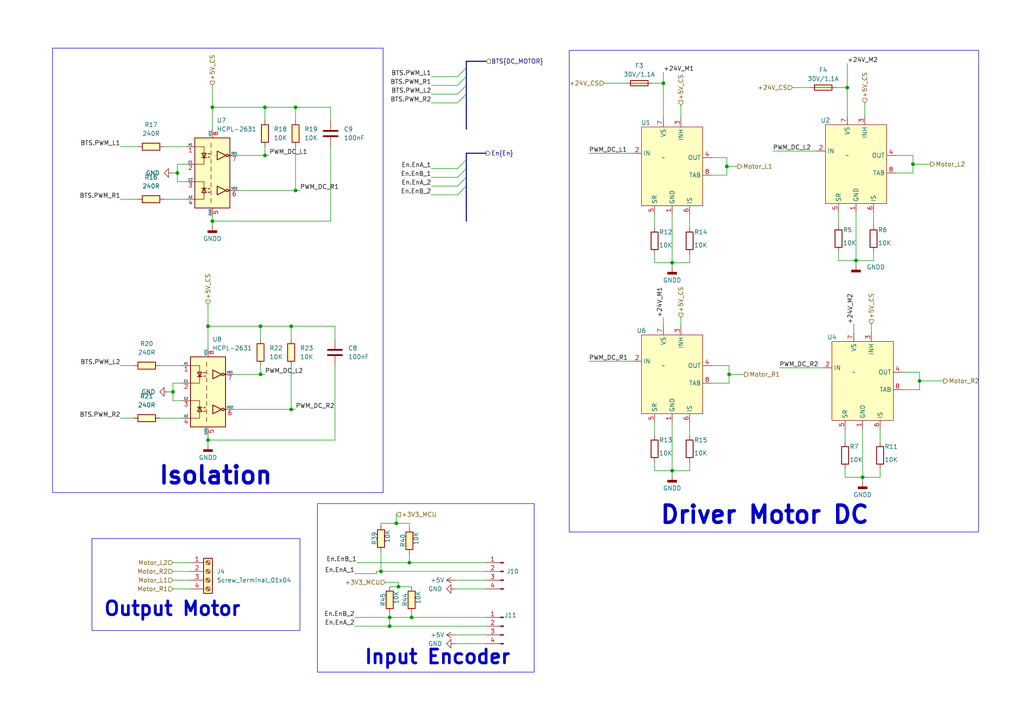
<source format=kicad_sch>
(kicad_sch (version 20230121) (generator eeschema)
  (paper "A4")
  (lib_symbols
    (symbol "BTS7960_1"
      (property "Reference" "U" (at -7.62 12.7 0))
      (symbol "BTS7960_1_1_1"
        (rectangle (start -8.89 11.43) (end 8.89 -11.43) (fill (type background)))
        (pin power_in line (at 0 -13.97 90) (length 2.54) (name "GND") (number "1"))
        (pin power_in line (at -11.43 3.81 0) (length 2.54) (name "IN") (number "2"))
        (pin power_in line (at 2.54 13.97 270) (length 2.54) (name "INH") (number "3"))
        (pin power_out line (at 11.43 2.54 180) (length 2.54) (name "OUT") (number "4"))
        (pin input line (at -5.08 -13.97 90) (length 2.54) (name "SR") (number "5"))
        (pin input line (at 5.08 -13.97 90) (length 2.54) (name "IS") (number "6"))
        (pin power_in line (at -2.54 13.97 270) (length 2.54) (name "VS") (number "7"))
        (pin power_out line (at 11.43 -2.54 180) (length 2.54) (name "TAB") (number "8"))
      )
    )
    (symbol "BTS7960_2"
      (property "Reference" "U" (at -7.62 12.7 0))
      (symbol "BTS7960_2_1_1"
        (rectangle (start -8.89 11.43) (end 8.89 -11.43) (fill (type background)))
        (pin power_in line (at 0 -13.97 90) (length 2.54) (name "GND") (number "1"))
        (pin power_in line (at -11.43 3.81 0) (length 2.54) (name "IN") (number "2"))
        (pin power_in line (at 2.54 13.97 270) (length 2.54) (name "INH") (number "3"))
        (pin power_out line (at 11.43 2.54 180) (length 2.54) (name "OUT") (number "4"))
        (pin input line (at -5.08 -13.97 90) (length 2.54) (name "SR") (number "5"))
        (pin input line (at 5.08 -13.97 90) (length 2.54) (name "IS") (number "6"))
        (pin power_in line (at -2.54 13.97 270) (length 2.54) (name "VS") (number "7"))
        (pin power_out line (at 11.43 -2.54 180) (length 2.54) (name "TAB") (number "8"))
      )
    )
    (symbol "BTS7960_3"
      (property "Reference" "U" (at -7.62 12.7 0))
      (symbol "BTS7960_3_1_1"
        (rectangle (start -8.89 11.43) (end 8.89 -11.43) (fill (type background)))
        (pin power_in line (at 0 -13.97 90) (length 2.54) (name "GND") (number "1"))
        (pin power_in line (at -11.43 3.81 0) (length 2.54) (name "IN") (number "2"))
        (pin power_in line (at 2.54 13.97 270) (length 2.54) (name "INH") (number "3"))
        (pin power_out line (at 11.43 2.54 180) (length 2.54) (name "OUT") (number "4"))
        (pin input line (at -5.08 -13.97 90) (length 2.54) (name "SR") (number "5"))
        (pin input line (at 5.08 -13.97 90) (length 2.54) (name "IS") (number "6"))
        (pin power_in line (at -2.54 13.97 270) (length 2.54) (name "VS") (number "7"))
        (pin power_out line (at 11.43 -2.54 180) (length 2.54) (name "TAB") (number "8"))
      )
    )
    (symbol "Connector:Conn_01x04_Pin" (pin_names (offset 1.016) hide)
      (property "Reference" "J" (at 0 5.08 0))
      (property "Value" "Conn_01x04_Pin" (at 0 -7.62 0))
      (symbol "Conn_01x04_Pin_1_1"
        (polyline (pts (xy 1.27 -5.08) (xy 0.8636 -5.08)) (stroke (width 0.1524)))
        (polyline (pts (xy 1.27 -2.54) (xy 0.8636 -2.54)) (stroke (width 0.1524)))
        (polyline (pts (xy 1.27 0) (xy 0.8636 0)) (stroke (width 0.1524)))
        (polyline (pts (xy 1.27 2.54) (xy 0.8636 2.54)) (stroke (width 0.1524)))
        (rectangle (start 0.8636 -4.953) (end 0 -5.207) (stroke (width 0.1524)) (fill (type outline)))
        (rectangle (start 0.8636 -2.413) (end 0 -2.667) (stroke (width 0.1524)) (fill (type outline)))
        (rectangle (start 0.8636 0.127) (end 0 -0.127) (stroke (width 0.1524)) (fill (type outline)))
        (rectangle (start 0.8636 2.667) (end 0 2.413) (stroke (width 0.1524)) (fill (type outline)))
        (pin passive line (at 5.08 2.54 180) (length 3.81) (name "Pin_1") (number "1"))
        (pin passive line (at 5.08 0 180) (length 3.81) (name "Pin_2") (number "2"))
        (pin passive line (at 5.08 -2.54 180) (length 3.81) (name "Pin_3") (number "3"))
        (pin passive line (at 5.08 -5.08 180) (length 3.81) (name "Pin_4") (number "4"))
      )
    )
    (symbol "Connector:Screw_Terminal_01x04" (pin_names (offset 1.016) hide)
      (property "Reference" "J" (at 0 5.08 0))
      (property "Value" "Screw_Terminal_01x04" (at 0 -7.62 0))
      (symbol "Screw_Terminal_01x04_1_1"
        (rectangle (start -1.27 3.81) (end 1.27 -6.35) (stroke (width 0.254)) (fill (type background)))
        (circle (center 0 -5.08) (radius 0.635) (stroke (width 0.1524)))
        (circle (center 0 -2.54) (radius 0.635) (stroke (width 0.1524)))
        (polyline (pts (xy -0.5334 -4.7498) (xy 0.3302 -5.588)) (stroke (width 0.1524)))
        (polyline (pts (xy -0.5334 -2.2098) (xy 0.3302 -3.048)) (stroke (width 0.1524)))
        (polyline (pts (xy -0.5334 0.3302) (xy 0.3302 -0.508)) (stroke (width 0.1524)))
        (polyline (pts (xy -0.5334 2.8702) (xy 0.3302 2.032)) (stroke (width 0.1524)))
        (polyline (pts (xy -0.3556 -4.572) (xy 0.508 -5.4102)) (stroke (width 0.1524)))
        (polyline (pts (xy -0.3556 -2.032) (xy 0.508 -2.8702)) (stroke (width 0.1524)))
        (polyline (pts (xy -0.3556 0.508) (xy 0.508 -0.3302)) (stroke (width 0.1524)))
        (polyline (pts (xy -0.3556 3.048) (xy 0.508 2.2098)) (stroke (width 0.1524)))
        (circle (center 0 0) (radius 0.635) (stroke (width 0.1524)))
        (circle (center 0 2.54) (radius 0.635) (stroke (width 0.1524)))
        (pin passive line (at -5.08 2.54 0) (length 3.81) (name "Pin_1") (number "1"))
        (pin passive line (at -5.08 0 0) (length 3.81) (name "Pin_2") (number "2"))
        (pin passive line (at -5.08 -2.54 0) (length 3.81) (name "Pin_3") (number "3"))
        (pin passive line (at -5.08 -5.08 0) (length 3.81) (name "Pin_4") (number "4"))
      )
    )
    (symbol "Device:R" (pin_numbers hide) (pin_names (offset 0))
      (property "Reference" "R" (at 2.032 0 90))
      (property "Value" "R" (at 0 0 90))
      (symbol "R_0_1"
        (rectangle (start -1.016 -2.54) (end 1.016 2.54) (stroke (width 0.254)))
      )
      (symbol "R_1_1"
        (pin passive line (at 0 3.81 270) (length 1.27) (name "~") (number "1"))
        (pin passive line (at 0 -3.81 90) (length 1.27) (name "~") (number "2"))
      )
    )
    (symbol "IVS_SYMBOLS:BTS7960"
      (property "Reference" "U" (at -7.62 12.7 0))
      (symbol "BTS7960_1_1"
        (rectangle (start -8.89 11.43) (end 8.89 -11.43) (fill (type background)))
        (pin power_in line (at 0 -13.97 90) (length 2.54) (name "GND") (number "1"))
        (pin power_in line (at -11.43 3.81 0) (length 2.54) (name "IN") (number "2"))
        (pin power_in line (at 2.54 13.97 270) (length 2.54) (name "INH") (number "3"))
        (pin power_out line (at 11.43 2.54 180) (length 2.54) (name "OUT") (number "4"))
        (pin input line (at -5.08 -13.97 90) (length 2.54) (name "SR") (number "5"))
        (pin input line (at 5.08 -13.97 90) (length 2.54) (name "IS") (number "6"))
        (pin power_in line (at -2.54 13.97 270) (length 2.54) (name "VS") (number "7"))
        (pin power_out line (at 11.43 -2.54 180) (length 2.54) (name "TAB") (number "8"))
      )
    )
    (symbol "IVS_SYMBOLS:C" (pin_numbers hide) (pin_names (offset 0.254))
      (property "Reference" "C" (at 0.635 2.54 0))
      (property "Value" "C" (at 0.635 -2.54 0))
      (symbol "C_0_1"
        (polyline (pts (xy -2.032 -0.762) (xy 2.032 -0.762)) (stroke (width 0.508)))
        (polyline (pts (xy -2.032 0.762) (xy 2.032 0.762)) (stroke (width 0.508)))
      )
      (symbol "C_1_1"
        (pin passive line (at 0 3.81 270) (length 2.794) (name "~") (number "1"))
        (pin passive line (at 0 -3.81 90) (length 2.794) (name "~") (number "2"))
      )
    )
    (symbol "IVS_SYMBOLS:Fuse" (pin_numbers hide) (pin_names (offset 0))
      (property "Reference" "F" (at 0 2.032 0))
      (property "Value" "Fuse" (at 0 -1.905 0))
      (symbol "Fuse_0_1"
        (polyline (pts (xy -2.54 0) (xy 2.54 0)))
      )
      (symbol "Fuse_1_1"
        (rectangle (start -2.54 0.762) (end 2.54 -0.762) (stroke (width 0.254)) (fill (type background)))
        (pin passive line (at -3.81 0 0) (length 1.27) (name "~") (number "1"))
        (pin passive line (at 3.81 0 180) (length 1.27) (name "~") (number "2"))
      )
    )
    (symbol "IVS_SYMBOLS:R" (pin_numbers hide) (pin_names (offset 0))
      (property "Reference" "R" (at 2.032 0 90))
      (property "Value" "R" (at 0 0 90))
      (symbol "R_1_1"
        (rectangle (start -1.016 2.54) (end 1.016 -2.54) (stroke (width 0.254)) (fill (type background)))
        (pin passive line (at 0 3.81 270) (length 1.27) (name "~") (number "1"))
        (pin passive line (at 0 -3.81 90) (length 1.27) (name "~") (number "2"))
      )
    )
    (symbol "Isolator:HCPL-2631" (pin_names (offset 0))
      (property "Reference" "U" (at -4.064 11.43 0))
      (property "Value" "HCPL-2631" (at 7.62 11.43 0))
      (symbol "HCPL-2631_1_1"
        (rectangle (start -5.08 10.16) (end 5.08 -10.16) (stroke (width 0.254)) (fill (type background)))
        (polyline (pts (xy -3.048 -4.445) (xy -1.778 -4.445)) (stroke (width 0.254)))
        (polyline (pts (xy -3.048 4.445) (xy -1.778 4.445)) (stroke (width 0.254)))
        (polyline (pts (xy -0.381 -7.366) (xy -0.381 -8.636)))
        (polyline (pts (xy -0.381 -5.08) (xy -0.381 -6.35)))
        (polyline (pts (xy -0.381 -2.794) (xy -0.381 -4.064)))
        (polyline (pts (xy -0.381 -0.508) (xy -0.381 -1.778)))
        (polyline (pts (xy -0.381 1.778) (xy -0.381 0.508)))
        (polyline (pts (xy -0.381 4.064) (xy -0.381 2.794)))
        (polyline (pts (xy -0.381 6.35) (xy -0.381 5.08)))
        (polyline (pts (xy -0.381 8.636) (xy -0.381 7.366)))
        (polyline (pts (xy 4.699 -5.08) (xy 5.207 -5.08)) (stroke (width 0.254)))
        (polyline (pts (xy 4.699 5.08) (xy 5.334 5.08)) (stroke (width 0.254)))
        (polyline (pts (xy -4.953 -7.62) (xy -2.413 -7.62) (xy -2.413 -5.715)))
        (polyline (pts (xy -4.953 7.62) (xy -2.413 7.62) (xy -2.413 4.318)))
        (polyline (pts (xy -2.413 -5.842) (xy -2.413 -2.54) (xy -4.953 -2.54)))
        (polyline (pts (xy -2.413 4.445) (xy -2.413 2.54) (xy -4.953 2.54)))
        (polyline (pts (xy -2.413 -4.445) (xy -3.048 -5.715) (xy -1.778 -5.715) (xy -2.413 -4.445)) (stroke (width 0.254)))
        (polyline (pts (xy -2.413 4.445) (xy -3.048 5.715) (xy -1.778 5.715) (xy -2.413 4.445)) (stroke (width 0.254)))
        (polyline (pts (xy 3.937 -5.08) (xy 1.397 -3.81) (xy 1.397 -6.35) (xy 3.937 -5.08)) (stroke (width 0.254)))
        (polyline (pts (xy 3.937 5.08) (xy 1.397 6.35) (xy 1.397 3.81) (xy 3.937 5.08)) (stroke (width 0.254)))
        (polyline (pts (xy -1.397 -5.588) (xy -0.635 -5.588) (xy -1.016 -5.715) (xy -1.016 -5.461) (xy -0.635 -5.588)) (stroke (width 0.127)))
        (polyline (pts (xy -1.397 -4.572) (xy -0.635 -4.572) (xy -1.016 -4.699) (xy -1.016 -4.445) (xy -0.635 -4.572)) (stroke (width 0.127)))
        (polyline (pts (xy -1.397 4.572) (xy -0.635 4.572) (xy -1.016 4.445) (xy -1.016 4.699) (xy -0.635 4.572)) (stroke (width 0.127)))
        (polyline (pts (xy -1.397 5.588) (xy -0.635 5.588) (xy -1.016 5.461) (xy -1.016 5.715) (xy -0.635 5.588)) (stroke (width 0.127)))
        (circle (center 4.318 -5.08) (radius 0.3556) (stroke (width 0.254)))
        (circle (center 4.318 5.08) (radius 0.3556) (stroke (width 0.254)))
        (pin passive line (at -7.62 7.62 0) (length 2.54) (name "A1") (number "1"))
        (pin passive line (at -7.62 2.54 0) (length 2.54) (name "C1") (number "2"))
        (pin passive line (at -7.62 -2.54 0) (length 2.54) (name "C2") (number "3"))
        (pin passive line (at -7.62 -7.62 0) (length 2.54) (name "A2") (number "4"))
        (pin power_in line (at 0 -12.7 90) (length 2.54) (name "GND") (number "5"))
        (pin open_collector line (at 7.62 -5.08 180) (length 2.54) (name "VO2") (number "6"))
        (pin open_collector line (at 7.62 5.08 180) (length 2.54) (name "VO1") (number "7"))
        (pin power_in line (at 0 12.7 270) (length 2.54) (name "VCC") (number "8"))
      )
    )
    (symbol "power:+5V" (power) (pin_names (offset 0))
      (property "Value" "+5V" (at 0 3.556 0))
      (symbol "+5V_0_1"
        (polyline (pts (xy -0.762 1.27) (xy 0 2.54)))
        (polyline (pts (xy 0 0) (xy 0 2.54)))
        (polyline (pts (xy 0 2.54) (xy 0.762 1.27)))
      )
      (symbol "+5V_1_1"
        (pin power_in line (at 0 0 90) (length 0) hide (name "+5V") (number "1"))
      )
    )
    (symbol "power:GND" (power) (pin_names (offset 0))
      (property "Value" "GND" (at 0 -3.81 0))
      (symbol "GND_0_1"
        (polyline (pts (xy 0 0) (xy 0 -1.27) (xy 1.27 -1.27) (xy 0 -2.54) (xy -1.27 -1.27) (xy 0 -1.27)))
      )
      (symbol "GND_1_1"
        (pin power_in line (at 0 0 270) (length 0) hide (name "GND") (number "1"))
      )
    )
    (symbol "power:GNDD" (power) (pin_names (offset 0))
      (property "Value" "GNDD" (at 0 -3.175 0))
      (symbol "GNDD_0_1"
        (rectangle (start -1.27 -1.524) (end 1.27 -2.032) (stroke (width 0.254)) (fill (type outline)))
        (polyline (pts (xy 0 0) (xy 0 -1.524)))
      )
      (symbol "GNDD_1_1"
        (pin power_in line (at 0 0 270) (length 0) hide (name "GNDD") (number "1"))
      )
    )
  )
  (junction (at 192.405 24.13))
  (junction (at 194.945 136.525))
  (junction (at 84.455 94.615))
  (junction (at 84.455 118.745))
  (junction (at 76.835 31.115))
  (junction (at 85.725 55.245))
  (junction (at 110.49 165.735))
  (junction (at 114.935 151.765))
  (junction (at 266.7 110.49))
  (junction (at 248.285 75.565))
  (junction (at 119.38 179.07))
  (junction (at 115.57 170.18))
  (junction (at 75.565 108.585))
  (junction (at 50.165 113.665))
  (junction (at 113.03 179.07))
  (junction (at 211.455 108.585))
  (junction (at 75.565 94.615))
  (junction (at 60.325 94.615))
  (junction (at 210.82 48.26))
  (junction (at 264.795 47.625))
  (junction (at 250.19 138.43))
  (junction (at 113.03 181.61))
  (junction (at 245.745 25.4))
  (junction (at 194.945 76.2))
  (junction (at 118.745 163.195))
  (junction (at 85.725 31.115))
  (junction (at 51.435 50.165))
  (junction (at 61.595 31.115))
  (junction (at 60.325 127.635))
  (junction (at 76.835 45.085))
  (junction (at 61.595 64.135))
  (bus_entry (at 132.715 53.975) (size 2.54 -2.54))
  (bus_entry (at 132.715 27.305) (size 2.54 -2.54))
  (bus_entry (at 132.715 24.765) (size 2.54 -2.54))
  (bus_entry (at 132.715 48.895) (size 2.54 -2.54))
  (bus_entry (at 132.715 51.435) (size 2.54 -2.54))
  (bus_entry (at 132.715 22.225) (size 2.54 -2.54))
  (bus_entry (at 132.715 29.845) (size 2.54 -2.54))
  (bus_entry (at 132.715 56.515) (size 2.54 -2.54))
  (wire (pts (xy 175.26 24.13) (xy 181.61 24.13)))
  (wire (pts (xy 245.11 138.43) (xy 250.19 138.43)))
  (wire (pts (xy 189.865 76.2) (xy 194.945 76.2)))
  (wire (pts (xy 115.57 168.91) (xy 115.57 170.18)))
  (wire (pts (xy 115.57 170.18) (xy 113.03 170.18)))
  (wire (pts (xy 245.745 25.4) (xy 245.745 33.655)))
  (wire (pts (xy 60.325 88.265) (xy 60.325 94.615)))
  (wire (pts (xy 85.725 55.245) (xy 85.725 42.545)))
  (wire (pts (xy 210.82 48.26) (xy 213.995 48.26)))
  (wire (pts (xy 132.08 168.275) (xy 140.97 168.275)))
  (bus (pts (xy 135.255 22.225) (xy 135.255 24.765)))
  (bus (pts (xy 135.255 44.45) (xy 135.255 46.355)))
  (wire (pts (xy 84.455 118.745) (xy 85.725 118.745)))
  (wire (pts (xy 113.03 181.61) (xy 140.97 181.61)))
  (wire (pts (xy 248.285 75.565) (xy 248.285 76.835)))
  (wire (pts (xy 34.925 42.545) (xy 40.005 42.545)))
  (wire (pts (xy 189.865 136.525) (xy 194.945 136.525)))
  (wire (pts (xy 194.945 136.525) (xy 200.025 136.525)))
  (wire (pts (xy 206.375 106.045) (xy 211.455 106.045)))
  (wire (pts (xy 75.565 94.615) (xy 60.325 94.615)))
  (wire (pts (xy 259.715 45.085) (xy 264.795 45.085)))
  (wire (pts (xy 95.885 42.545) (xy 95.885 64.135)))
  (wire (pts (xy 192.405 24.13) (xy 192.405 34.29)))
  (wire (pts (xy 125.095 51.435) (xy 132.715 51.435)))
  (wire (pts (xy 85.725 34.925) (xy 85.725 31.115)))
  (wire (pts (xy 111.76 168.91) (xy 115.57 168.91)))
  (wire (pts (xy 50.165 168.275) (xy 55.245 168.275)))
  (wire (pts (xy 84.455 118.745) (xy 84.455 106.045)))
  (wire (pts (xy 264.795 50.165) (xy 264.795 47.625)))
  (wire (pts (xy 50.165 163.195) (xy 55.245 163.195)))
  (wire (pts (xy 261.62 113.03) (xy 266.7 113.03)))
  (wire (pts (xy 266.7 110.49) (xy 273.685 110.49)))
  (wire (pts (xy 114.935 149.225) (xy 114.935 151.765)))
  (wire (pts (xy 48.895 113.665) (xy 50.165 113.665)))
  (wire (pts (xy 76.835 45.085) (xy 78.105 45.085)))
  (wire (pts (xy 50.165 116.205) (xy 50.165 113.665)))
  (wire (pts (xy 95.885 34.925) (xy 95.885 31.115)))
  (wire (pts (xy 50.165 165.735) (xy 55.245 165.735)))
  (wire (pts (xy 211.455 111.125) (xy 211.455 108.585)))
  (wire (pts (xy 50.165 50.165) (xy 51.435 50.165)))
  (wire (pts (xy 259.715 50.165) (xy 264.795 50.165)))
  (wire (pts (xy 69.215 45.085) (xy 76.835 45.085)))
  (wire (pts (xy 34.925 106.045) (xy 38.735 106.045)))
  (wire (pts (xy 85.725 31.115) (xy 95.885 31.115)))
  (wire (pts (xy 189.865 62.23) (xy 189.865 66.04)))
  (bus (pts (xy 140.97 44.45) (xy 135.255 44.45)))
  (wire (pts (xy 51.435 47.625) (xy 51.435 50.165)))
  (wire (pts (xy 253.365 75.565) (xy 253.365 73.025)))
  (wire (pts (xy 200.025 122.555) (xy 200.025 126.365)))
  (wire (pts (xy 253.365 61.595) (xy 253.365 65.405)))
  (wire (pts (xy 34.925 121.285) (xy 38.735 121.285)))
  (wire (pts (xy 115.57 170.18) (xy 119.38 170.18)))
  (wire (pts (xy 102.87 179.07) (xy 113.03 179.07)))
  (wire (pts (xy 102.87 181.61) (xy 113.03 181.61)))
  (wire (pts (xy 206.375 50.8) (xy 210.82 50.8)))
  (wire (pts (xy 61.595 31.115) (xy 61.595 37.465)))
  (wire (pts (xy 109.22 165.735) (xy 109.22 166.37)))
  (wire (pts (xy 75.565 98.425) (xy 75.565 94.615)))
  (wire (pts (xy 261.62 107.95) (xy 266.7 107.95)))
  (wire (pts (xy 118.745 163.195) (xy 140.97 163.195)))
  (wire (pts (xy 250.19 124.46) (xy 250.19 138.43)))
  (wire (pts (xy 47.625 57.785) (xy 53.975 57.785)))
  (wire (pts (xy 119.38 179.07) (xy 119.38 177.8)))
  (wire (pts (xy 210.82 48.26) (xy 210.82 50.8)))
  (wire (pts (xy 110.49 165.735) (xy 140.97 165.735)))
  (wire (pts (xy 76.835 45.085) (xy 76.835 42.545)))
  (wire (pts (xy 189.865 133.985) (xy 189.865 136.525)))
  (wire (pts (xy 125.095 48.895) (xy 132.715 48.895)))
  (wire (pts (xy 132.08 186.69) (xy 140.97 186.69)))
  (bus (pts (xy 135.255 24.765) (xy 135.255 27.305)))
  (wire (pts (xy 226.06 106.68) (xy 238.76 106.68)))
  (wire (pts (xy 110.49 160.02) (xy 110.49 165.735)))
  (wire (pts (xy 97.155 127.635) (xy 60.325 127.635)))
  (wire (pts (xy 75.565 108.585) (xy 76.835 108.585)))
  (wire (pts (xy 197.485 92.075) (xy 197.485 94.615)))
  (wire (pts (xy 95.885 64.135) (xy 61.595 64.135)))
  (wire (pts (xy 46.355 106.045) (xy 52.705 106.045)))
  (wire (pts (xy 46.355 121.285) (xy 52.705 121.285)))
  (wire (pts (xy 266.7 113.03) (xy 266.7 110.49)))
  (wire (pts (xy 245.11 135.89) (xy 245.11 138.43)))
  (wire (pts (xy 189.23 24.13) (xy 192.405 24.13)))
  (wire (pts (xy 206.375 111.125) (xy 211.455 111.125)))
  (wire (pts (xy 170.815 44.45) (xy 183.515 44.45)))
  (wire (pts (xy 229.87 25.4) (xy 234.95 25.4)))
  (wire (pts (xy 50.165 113.665) (xy 50.165 111.125)))
  (wire (pts (xy 34.925 57.785) (xy 40.005 57.785)))
  (wire (pts (xy 194.945 122.555) (xy 194.945 136.525)))
  (wire (pts (xy 103.505 163.195) (xy 118.745 163.195)))
  (wire (pts (xy 194.945 76.2) (xy 194.945 77.47)))
  (wire (pts (xy 264.795 47.625) (xy 269.875 47.625)))
  (wire (pts (xy 200.025 62.23) (xy 200.025 66.04)))
  (wire (pts (xy 200.025 136.525) (xy 200.025 133.985)))
  (wire (pts (xy 266.7 110.49) (xy 266.7 107.95)))
  (wire (pts (xy 113.03 179.07) (xy 119.38 179.07)))
  (wire (pts (xy 67.945 108.585) (xy 75.565 108.585)))
  (wire (pts (xy 52.705 116.205) (xy 50.165 116.205)))
  (wire (pts (xy 60.325 126.365) (xy 60.325 127.635)))
  (wire (pts (xy 51.435 52.705) (xy 53.975 52.705)))
  (wire (pts (xy 113.03 181.61) (xy 113.03 179.07)))
  (wire (pts (xy 84.455 94.615) (xy 75.565 94.615)))
  (bus (pts (xy 135.255 27.305) (xy 135.255 37.465)))
  (wire (pts (xy 247.65 93.98) (xy 247.65 96.52)))
  (wire (pts (xy 245.745 18.415) (xy 245.745 25.4)))
  (wire (pts (xy 61.595 62.865) (xy 61.595 64.135)))
  (bus (pts (xy 140.97 17.78) (xy 135.255 17.78)))
  (wire (pts (xy 255.27 124.46) (xy 255.27 128.27)))
  (wire (pts (xy 250.825 29.845) (xy 250.825 33.655)))
  (wire (pts (xy 50.165 170.815) (xy 55.245 170.815)))
  (bus (pts (xy 135.255 51.435) (xy 135.255 53.975)))
  (wire (pts (xy 192.405 20.955) (xy 192.405 24.13)))
  (wire (pts (xy 189.865 122.555) (xy 189.865 126.365)))
  (wire (pts (xy 85.725 31.115) (xy 76.835 31.115)))
  (wire (pts (xy 189.865 73.66) (xy 189.865 76.2)))
  (wire (pts (xy 76.835 31.115) (xy 61.595 31.115)))
  (wire (pts (xy 248.285 75.565) (xy 253.365 75.565)))
  (wire (pts (xy 200.025 76.2) (xy 200.025 73.66)))
  (wire (pts (xy 113.03 177.8) (xy 113.03 179.07)))
  (wire (pts (xy 210.82 45.72) (xy 206.375 45.72)))
  (wire (pts (xy 51.435 50.165) (xy 51.435 52.705)))
  (wire (pts (xy 170.815 104.775) (xy 183.515 104.775)))
  (bus (pts (xy 135.255 53.975) (xy 135.255 64.135)))
  (wire (pts (xy 192.405 94.615) (xy 192.405 92.075)))
  (wire (pts (xy 52.705 111.125) (xy 50.165 111.125)))
  (wire (pts (xy 211.455 108.585) (xy 215.9 108.585)))
  (bus (pts (xy 135.255 19.685) (xy 135.255 22.225)))
  (wire (pts (xy 102.87 166.37) (xy 109.22 166.37)))
  (wire (pts (xy 243.205 73.025) (xy 243.205 75.565)))
  (wire (pts (xy 119.38 179.07) (xy 140.97 179.07)))
  (bus (pts (xy 135.255 46.355) (xy 135.255 48.895)))
  (wire (pts (xy 109.22 165.735) (xy 110.49 165.735)))
  (wire (pts (xy 248.285 61.595) (xy 248.285 75.565)))
  (wire (pts (xy 125.095 29.845) (xy 132.715 29.845)))
  (wire (pts (xy 194.945 62.23) (xy 194.945 76.2)))
  (wire (pts (xy 250.19 138.43) (xy 255.27 138.43)))
  (wire (pts (xy 61.595 24.765) (xy 61.595 31.115)))
  (wire (pts (xy 110.49 151.765) (xy 110.49 152.4)))
  (wire (pts (xy 75.565 108.585) (xy 75.565 106.045)))
  (wire (pts (xy 245.11 124.46) (xy 245.11 128.27)))
  (wire (pts (xy 53.975 47.625) (xy 51.435 47.625)))
  (wire (pts (xy 114.935 151.765) (xy 110.49 151.765)))
  (wire (pts (xy 132.08 170.815) (xy 140.97 170.815)))
  (wire (pts (xy 243.205 61.595) (xy 243.205 65.405)))
  (wire (pts (xy 264.795 47.625) (xy 264.795 45.085)))
  (wire (pts (xy 211.455 108.585) (xy 211.455 106.045)))
  (wire (pts (xy 250.19 138.43) (xy 250.19 139.7)))
  (wire (pts (xy 224.155 43.815) (xy 236.855 43.815)))
  (wire (pts (xy 61.595 64.135) (xy 61.595 65.405)))
  (wire (pts (xy 125.095 53.975) (xy 132.715 53.975)))
  (wire (pts (xy 60.325 127.635) (xy 60.325 128.905)))
  (wire (pts (xy 76.835 34.925) (xy 76.835 31.115)))
  (wire (pts (xy 125.095 22.225) (xy 132.715 22.225)))
  (wire (pts (xy 194.945 136.525) (xy 194.945 137.795)))
  (wire (pts (xy 67.945 118.745) (xy 84.455 118.745)))
  (wire (pts (xy 118.745 153.035) (xy 118.745 151.765)))
  (wire (pts (xy 118.745 151.765) (xy 114.935 151.765)))
  (wire (pts (xy 60.325 94.615) (xy 60.325 100.965)))
  (wire (pts (xy 69.215 55.245) (xy 85.725 55.245)))
  (wire (pts (xy 125.095 24.765) (xy 132.715 24.765)))
  (wire (pts (xy 252.73 93.98) (xy 252.73 96.52)))
  (wire (pts (xy 97.155 94.615) (xy 84.455 94.615)))
  (wire (pts (xy 97.155 106.045) (xy 97.155 127.635)))
  (wire (pts (xy 47.625 42.545) (xy 53.975 42.545)))
  (wire (pts (xy 125.095 56.515) (xy 132.715 56.515)))
  (wire (pts (xy 118.745 160.655) (xy 118.745 163.195)))
  (wire (pts (xy 242.57 25.4) (xy 245.745 25.4)))
  (wire (pts (xy 132.08 184.15) (xy 140.97 184.15)))
  (bus (pts (xy 135.255 48.895) (xy 135.255 51.435)))
  (bus (pts (xy 135.255 17.78) (xy 135.255 19.685)))
  (wire (pts (xy 197.485 30.48) (xy 197.485 34.29)))
  (wire (pts (xy 84.455 98.425) (xy 84.455 94.615)))
  (wire (pts (xy 125.095 27.305) (xy 132.715 27.305)))
  (wire (pts (xy 85.725 55.245) (xy 86.995 55.245)))
  (wire (pts (xy 243.205 75.565) (xy 248.285 75.565)))
  (wire (pts (xy 194.945 76.2) (xy 200.025 76.2)))
  (wire (pts (xy 255.27 138.43) (xy 255.27 135.89)))
  (wire (pts (xy 210.82 45.72) (xy 210.82 48.26)))
  (wire (pts (xy 97.155 98.425) (xy 97.155 94.615)))
  (rectangle (start 15.24 13.97) (end 111.125 142.875))
  (rectangle (start 165.1 14.605) (end 283.845 154.305))
  (rectangle (start 26.67 156.21) (end 86.995 182.88))
  (rectangle (start 92.075 146.05) (end 154.94 194.945))
  (text "Input Encoder" (at 105.41 193.04 0) (effects (font (size 4 4) (thickness 0.8) bold) (justify left bottom)))
  (text "Isolation" (at 45.72 140.97 0) (effects (font (size 5 5) (thickness 1) bold) (justify left bottom)))
  (text "Output Motor" (at 29.845 179.07 0) (effects (font (size 4 4) (thickness 0.8) bold) (justify left bottom)))
  (text "Driver Motor DC" (at 191.135 152.4 0) (effects (font (size 5 5) (thickness 1) bold) (justify left bottom)))
  (label "En.EnB_2" (at 102.87 179.07 180))
  (label "BTS.PWM_R1" (at 125.095 24.765 180))
  (label "+24V_M2" (at 247.65 93.98 90))
  (label "PWM_DC_L1" (at 78.105 45.085 0))
  (label "En.EnB_1" (at 103.505 163.195 180))
  (label "PWM_DC_L1" (at 170.815 44.45 0))
  (label "PWM_DC_R2" (at 85.725 118.745 0))
  (label "BTS.PWM_L2" (at 34.925 106.045 180))
  (label "PWM_DC_L2" (at 76.835 108.585 0))
  (label "BTS.PWM_L2" (at 125.095 27.305 180))
  (label "BTS.PWM_R2" (at 125.095 29.845 180))
  (label "En.EnB_1" (at 125.095 51.435 180))
  (label "En.EnA_1" (at 125.095 48.895 180))
  (label "BTS.PWM_L1" (at 34.925 42.545 180))
  (label "PWM_DC_R1" (at 86.995 55.245 0))
  (label "+24V_M1" (at 192.405 20.955 0))
  (label "PWM_DC_L2" (at 224.155 43.815 0))
  (label "En.EnA_1" (at 102.87 166.37 180))
  (label "En.EnA_2" (at 102.87 181.61 180))
  (label "+24V_M2" (at 245.745 18.415 0))
  (label "En.EnA_2" (at 125.095 53.975 180))
  (label "BTS.PWM_R1" (at 34.925 57.785 180))
  (label "+24V_M1" (at 192.405 92.075 90))
  (label "En.EnB_2" (at 125.095 56.515 180))
  (label "PWM_DC_R2" (at 226.06 106.68 0))
  (label "BTS.PWM_L1" (at 125.095 22.225 180))
  (label "BTS.PWM_R2" (at 34.925 121.285 180))
  (label "PWM_DC_R1" (at 170.815 104.775 0))
  (hierarchical_label "Motor_L1" (shape input) (at 50.165 168.275 180))
  (hierarchical_label "Motor_R1" (shape output) (at 215.9 108.585 0))
  (hierarchical_label "+24V_CS" (shape input) (at 229.87 25.4 180))
  (hierarchical_label "Motor_R1" (shape input) (at 50.165 170.815 180))
  (hierarchical_label "+3V3_MCU" (shape input) (at 114.935 149.225 0))
  (hierarchical_label "+5V_CS" (shape input) (at 197.485 92.075 90))
  (hierarchical_label "+5V_CS" (shape input) (at 197.485 30.48 90))
  (hierarchical_label "Motor_L2" (shape output) (at 269.875 47.625 0))
  (hierarchical_label "+5V_CS" (shape input) (at 250.825 29.845 90))
  (hierarchical_label "En{En}" (shape output) (at 140.97 44.45 0))
  (hierarchical_label "+5V_CS" (shape input) (at 61.595 24.765 90))
  (hierarchical_label "Motor_R2" (shape input) (at 50.165 165.735 180))
  (hierarchical_label "BTS{DC_MOTOR}" (shape input) (at 140.97 17.78 0))
  (hierarchical_label "+5V_CS" (shape input) (at 252.73 93.98 90))
  (hierarchical_label "+5V_CS" (shape input) (at 60.325 88.265 90))
  (hierarchical_label "+3V3_MCU" (shape input) (at 111.76 168.91 180))
  (hierarchical_label "+24V_CS" (shape input) (at 175.26 24.13 180))
  (hierarchical_label "Motor_L1" (shape output) (at 213.995 48.26 0))
  (hierarchical_label "Motor_R2" (shape output) (at 273.685 110.49 0))
  (hierarchical_label "Motor_L2" (shape input) (at 50.165 163.195 180))
  (symbol (lib_id "IVS_SYMBOLS:R") (at 42.545 121.285 90) (unit 1)
    (property "Reference" "R21" (at 42.545 114.935 90))
    (property "Value" "240R" (at 42.545 117.475 90))
    (property "Footprint" "IVS_FOOTPRINTS:R_0603" (effects hide))
  )
  (symbol (lib_id "IVS_SYMBOLS:R") (at 43.815 42.545 90) (unit 1)
    (property "Reference" "R17" (at 43.815 36.195 90))
    (property "Value" "240R" (at 43.815 38.735 90))
    (property "Footprint" "IVS_FOOTPRINTS:R_0603" (effects hide))
  )
  (symbol (lib_id "Connector:Conn_01x04_Pin") (at 146.05 165.735 0) (mirror y) (unit 1)
    (property "Reference" "J10" (at 150.495 165.735 0) (effects (justify left)))
    (property "Value" "Screw_Terminal_01x04" (effects hide))
    (property "Footprint" "IVS_FOOTPRINTS:Conn-Vert-THT-4P-2.54mm-S4B_XH_SM4_TB" (effects hide))
  )
  (symbol (lib_id "Device:R") (at 253.365 69.215 0) (unit 1)
    (property "Reference" "R6" (at 254.635 66.675 0) (effects (justify left)))
    (property "Value" "10K" (at 254.635 70.485 0) (effects (justify left)))
    (property "Footprint" "IVS_FOOTPRINTS:R_0603" (effects hide))
  )
  (symbol (lib_id "Device:R") (at 255.27 132.08 0) (unit 1)
    (property "Reference" "R11" (at 256.54 129.54 0) (effects (justify left)))
    (property "Value" "10K" (at 256.54 133.35 0) (effects (justify left)))
    (property "Footprint" "IVS_FOOTPRINTS:R_0603" (effects hide))
  )
  (symbol (lib_id "IVS_SYMBOLS:R") (at 84.455 102.235 0) (unit 1)
    (property "Reference" "R23" (at 86.995 100.965 0) (effects (justify left)))
    (property "Value" "10K" (at 86.995 103.505 0) (effects (justify left)))
    (property "Footprint" "IVS_FOOTPRINTS:R_0603" (effects hide))
  )
  (symbol (lib_id "Device:R") (at 200.025 69.85 0) (unit 1)
    (property "Reference" "R14" (at 201.295 67.31 0) (effects (justify left)))
    (property "Value" "10K" (at 201.295 71.12 0) (effects (justify left)))
    (property "Footprint" "IVS_FOOTPRINTS:R_0603" (effects hide))
  )
  (symbol (lib_id "Isolator:HCPL-2631") (at 60.325 113.665 0) (unit 1)
    (property "Reference" "U8" (at 61.595 98.425 0) (effects (justify left)))
    (property "Value" "HCPL-2631" (at 61.595 100.965 0) (effects (justify left)))
    (property "Footprint" "Package_DIP:DIP-8_W7.62mm" (effects hide))
    (property "Datasheet" "https://docs.broadcom.com/docs/AV02-0940EN" (effects hide))
  )
  (symbol (lib_id "power:GNDD") (at 194.945 137.795 0) (unit 1)
    (property "Reference" "#PWR023" (effects hide))
    (property "Value" "GNDD" (at 194.945 141.605 0))
  )
  (symbol (lib_id "IVS_SYMBOLS:R") (at 42.545 106.045 90) (unit 1)
    (property "Reference" "R20" (at 42.545 99.695 90))
    (property "Value" "240R" (at 42.545 102.235 90))
    (property "Footprint" "IVS_FOOTPRINTS:R_0603" (effects hide))
  )
  (symbol (lib_id "power:GND") (at 132.08 186.69 270) (unit 1)
    (property "Reference" "#PWR051" (effects hide))
    (property "Value" "GND" (at 128.27 186.69 90) (effects (justify right)))
  )
  (symbol (lib_name "BTS7960_2") (lib_id "IVS_SYMBOLS:BTS7960") (at 248.285 47.625 0) (unit 1)
    (property "Reference" "U2" (at 239.395 34.925 0))
    (property "Value" "~" (at 245.745 45.085 0))
    (property "Footprint" "IVS_FOOTPRINTS:TO-263-7_TabPin8" (effects hide))
  )
  (symbol (lib_id "Connector:Conn_01x04_Pin") (at 146.05 181.61 0) (mirror y) (unit 1)
    (property "Reference" "J11" (at 149.86 178.435 0) (effects (justify left)))
    (property "Value" "Screw_Terminal_01x04" (effects hide))
    (property "Footprint" "IVS_FOOTPRINTS:Conn-Vert-THT-4P-2.54mm-S4B_XH_SM4_TB" (effects hide))
  )
  (symbol (lib_id "power:+5V") (at 132.08 168.275 90) (unit 1)
    (property "Reference" "#PWR052" (effects hide))
    (property "Value" "+5V" (at 128.905 168.275 90) (effects (justify left)))
  )
  (symbol (lib_name "BTS7960_1") (lib_id "IVS_SYMBOLS:BTS7960") (at 194.945 48.26 0) (unit 1)
    (property "Reference" "U1" (at 187.325 35.56 0))
    (property "Value" "~" (at 192.405 45.72 0))
    (property "Footprint" "IVS_FOOTPRINTS:TO-263-7_TabPin8" (effects hide))
  )
  (symbol (lib_id "IVS_SYMBOLS:Fuse") (at 185.42 24.13 0) (unit 1)
    (property "Reference" "F3" (at 185.42 19.05 0))
    (property "Value" "30V/1.1A" (at 185.42 21.59 0))
    (property "Footprint" "Fuse:Fuse_Bourns_MF-RG300" (effects hide))
  )
  (symbol (lib_id "power:GNDD") (at 248.285 76.835 0) (unit 1)
    (property "Reference" "#PWR018" (effects hide))
    (property "Value" "GNDD" (at 254 77.47 0))
  )
  (symbol (lib_id "IVS_SYMBOLS:R") (at 75.565 102.235 0) (unit 1)
    (property "Reference" "R22" (at 78.105 100.965 0) (effects (justify left)))
    (property "Value" "10K" (at 78.105 103.505 0) (effects (justify left)))
    (property "Footprint" "IVS_FOOTPRINTS:R_0603" (effects hide))
  )
  (symbol (lib_id "Isolator:HCPL-2631") (at 61.595 50.165 0) (unit 1)
    (property "Reference" "U7" (at 62.865 34.925 0) (effects (justify left)))
    (property "Value" "HCPL-2631" (at 62.865 37.465 0) (effects (justify left)))
    (property "Footprint" "Package_DIP:DIP-8_W7.62mm" (effects hide))
    (property "Datasheet" "https://docs.broadcom.com/docs/AV02-0940EN" (effects hide))
  )
  (symbol (lib_id "Connector:Screw_Terminal_01x04") (at 60.325 165.735 0) (unit 1)
    (property "Reference" "J4" (at 62.865 165.735 0) (effects (justify left)))
    (property "Value" "Screw_Terminal_01x04" (at 62.865 168.275 0) (effects (justify left)))
    (property "Footprint" "IVS_FOOTPRINTS:TerminalBlock_bornier-4_P5.08mm" (effects hide))
  )
  (symbol (lib_id "power:GNDD") (at 60.325 128.905 0) (unit 1)
    (property "Reference" "#PWR027" (effects hide))
    (property "Value" "GNDD" (at 60.325 132.715 0))
  )
  (symbol (lib_id "power:GNDD") (at 250.19 139.7 0) (unit 1)
    (property "Reference" "#PWR021" (effects hide))
    (property "Value" "GNDD" (at 250.19 143.51 0))
  )
  (symbol (lib_id "IVS_SYMBOLS:C") (at 97.155 102.235 0) (unit 1)
    (property "Reference" "C8" (at 100.965 100.965 0) (effects (justify left)))
    (property "Value" "100nF" (at 100.965 103.505 0) (effects (justify left)))
    (property "Footprint" "IVS_FOOTPRINTS:C_0603" (effects hide))
  )
  (symbol (lib_id "power:GND") (at 50.165 50.165 270) (unit 1)
    (property "Reference" "#PWR025" (effects hide))
    (property "Value" "GND" (at 46.355 50.165 90) (effects (justify right)))
  )
  (symbol (lib_id "Device:R") (at 189.865 130.175 0) (unit 1)
    (property "Reference" "R13" (at 191.135 127.635 0) (effects (justify left)))
    (property "Value" "10K" (at 191.135 131.445 0) (effects (justify left)))
    (property "Footprint" "IVS_FOOTPRINTS:R_0603" (effects hide))
  )
  (symbol (lib_id "IVS_SYMBOLS:R") (at 43.815 57.785 90) (unit 1)
    (property "Reference" "R16" (at 43.815 51.435 90))
    (property "Value" "240R" (at 43.815 53.975 90))
    (property "Footprint" "IVS_FOOTPRINTS:R_0603" (effects hide))
  )
  (symbol (lib_id "IVS_SYMBOLS:R") (at 85.725 38.735 0) (unit 1)
    (property "Reference" "R19" (at 88.265 37.465 0) (effects (justify left)))
    (property "Value" "10K" (at 88.265 40.005 0) (effects (justify left)))
    (property "Footprint" "IVS_FOOTPRINTS:R_0603" (effects hide))
  )
  (symbol (lib_id "IVS_SYMBOLS:R") (at 110.49 156.21 0) (unit 1)
    (property "Reference" "R39" (at 108.585 158.115 90) (effects (justify left)))
    (property "Value" "10K" (at 112.395 157.48 90) (effects (justify left)))
    (property "Footprint" "IVS_FOOTPRINTS:R_0603" (effects hide))
  )
  (symbol (lib_id "power:GND") (at 132.08 170.815 270) (unit 1)
    (property "Reference" "#PWR047" (effects hide))
    (property "Value" "GND" (at 128.27 170.815 90) (effects (justify right)))
  )
  (symbol (lib_id "power:GNDD") (at 194.945 77.47 0) (unit 1)
    (property "Reference" "#PWR022" (effects hide))
    (property "Value" "GNDD" (at 194.945 81.28 0))
  )
  (symbol (lib_id "IVS_SYMBOLS:R") (at 76.835 38.735 0) (unit 1)
    (property "Reference" "R18" (at 79.375 37.465 0) (effects (justify left)))
    (property "Value" "10K" (at 79.375 40.005 0) (effects (justify left)))
    (property "Footprint" "IVS_FOOTPRINTS:R_0603" (effects hide))
  )
  (symbol (lib_name "BTS7960_3") (lib_id "IVS_SYMBOLS:BTS7960") (at 194.945 108.585 0) (unit 1)
    (property "Reference" "U6" (at 186.055 95.885 0))
    (property "Value" "~" (at 192.405 106.045 0))
    (property "Footprint" "IVS_FOOTPRINTS:TO-263-7_TabPin8" (effects hide))
  )
  (symbol (lib_id "power:+5V") (at 132.08 184.15 90) (unit 1)
    (property "Reference" "#PWR056" (effects hide))
    (property "Value" "+5V" (at 128.905 184.15 90) (effects (justify left)))
  )
  (symbol (lib_id "Device:R") (at 189.865 69.85 0) (unit 1)
    (property "Reference" "R12" (at 191.135 67.31 0) (effects (justify left)))
    (property "Value" "10K" (at 191.135 71.12 0) (effects (justify left)))
    (property "Footprint" "IVS_FOOTPRINTS:R_0603" (effects hide))
  )
  (symbol (lib_id "Device:R") (at 200.025 130.175 0) (unit 1)
    (property "Reference" "R15" (at 201.295 127.635 0) (effects (justify left)))
    (property "Value" "10K" (at 201.295 131.445 0) (effects (justify left)))
    (property "Footprint" "IVS_FOOTPRINTS:R_0603" (effects hide))
  )
  (symbol (lib_id "Device:R") (at 243.205 69.215 0) (unit 1)
    (property "Reference" "R5" (at 244.475 66.675 0) (effects (justify left)))
    (property "Value" "10K" (at 244.475 70.485 0) (effects (justify left)))
    (property "Footprint" "IVS_FOOTPRINTS:R_0603" (effects hide))
  )
  (symbol (lib_id "Device:R") (at 245.11 132.08 0) (unit 1)
    (property "Reference" "R7" (at 246.38 129.54 0) (effects (justify left)))
    (property "Value" "10K" (at 246.38 133.35 0) (effects (justify left)))
    (property "Footprint" "IVS_FOOTPRINTS:R_0603" (effects hide))
  )
  (symbol (lib_id "IVS_SYMBOLS:R") (at 118.745 156.845 0) (unit 1)
    (property "Reference" "R40" (at 116.84 158.75 90) (effects (justify left)))
    (property "Value" "10K" (at 120.65 158.115 90) (effects (justify left)))
    (property "Footprint" "IVS_FOOTPRINTS:R_0603" (effects hide))
  )
  (symbol (lib_id "power:GNDD") (at 61.595 65.405 0) (unit 1)
    (property "Reference" "#PWR024" (effects hide))
    (property "Value" "GNDD" (at 61.595 69.215 0))
  )
  (symbol (lib_id "IVS_SYMBOLS:R") (at 119.38 173.99 0) (unit 1)
    (property "Reference" "R44" (at 117.475 175.895 90) (effects (justify left)))
    (property "Value" "10K" (at 121.285 175.26 90) (effects (justify left)))
    (property "Footprint" "IVS_FOOTPRINTS:R_0603" (effects hide))
  )
  (symbol (lib_id "IVS_SYMBOLS:R") (at 113.03 173.99 0) (unit 1)
    (property "Reference" "R45" (at 111.125 175.895 90) (effects (justify left)))
    (property "Value" "10K" (at 114.935 175.26 90) (effects (justify left)))
    (property "Footprint" "IVS_FOOTPRINTS:R_0603" (effects hide))
  )
  (symbol (lib_id "IVS_SYMBOLS:C") (at 95.885 38.735 0) (unit 1)
    (property "Reference" "C9" (at 99.695 37.465 0) (effects (justify left)))
    (property "Value" "100nF" (at 99.695 40.005 0) (effects (justify left)))
    (property "Footprint" "IVS_FOOTPRINTS:C_0603" (effects hide))
  )
  (symbol (lib_id "IVS_SYMBOLS:BTS7960") (at 250.19 110.49 0) (unit 1)
    (property "Reference" "U4" (at 241.3 97.79 0))
    (property "Value" "~" (at 247.65 107.95 0))
    (property "Footprint" "IVS_FOOTPRINTS:TO-263-7_TabPin8" (effects hide))
  )
  (symbol (lib_id "IVS_SYMBOLS:Fuse") (at 238.76 25.4 0) (unit 1)
    (property "Reference" "F4" (at 238.76 20.32 0))
    (property "Value" "30V/1.1A" (at 238.76 22.86 0))
    (property "Footprint" "Fuse:Fuse_Bourns_MF-RG300" (effects hide))
  )
  (symbol (lib_id "power:GND") (at 48.895 113.665 270) (unit 1)
    (property "Reference" "#PWR026" (effects hide))
    (property "Value" "GND" (at 45.085 113.665 90) (effects (justify right)))
  )
)
</source>
